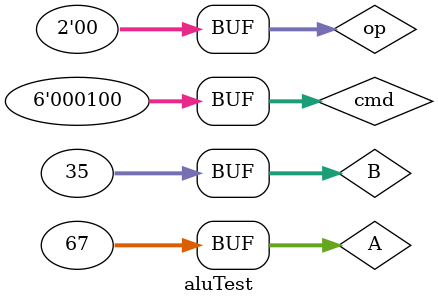
<source format=v>
`timescale 1ns / 1ps

module aluTest;

	// Inputs
	reg [31:0] A;
	reg [31:0] B;
	reg [1:0] op;
	reg [5:0] cmd;

	// Outputs
	wire [31:0] result;
	wire [3:0] flag;

	// Instantiate the Unit Under Test (UUT)
	aluModule uut (
		.A(A), 
		.B(B), 
		.op(op), 
		.cmd(cmd), 
		.result(result), 
		.flag(flag)
	);

	initial begin
		// Initialize Inputs
		A = 14;
		B = 45;
		op = 0;
		cmd = 0;

		// Wait 100 ns for global reset to finish
		#10;
		A = 87;
		B = 51;
		op = 0;
		cmd = 1;
		#10;
		A = 26;
		B = 35;
		op = 0;
		cmd = 2; 
		#10;
		A = 67;
		B = 35;
		op = 0;
		cmd = 4;
		
        
		// Add stimulus here

	end
      
endmodule


</source>
